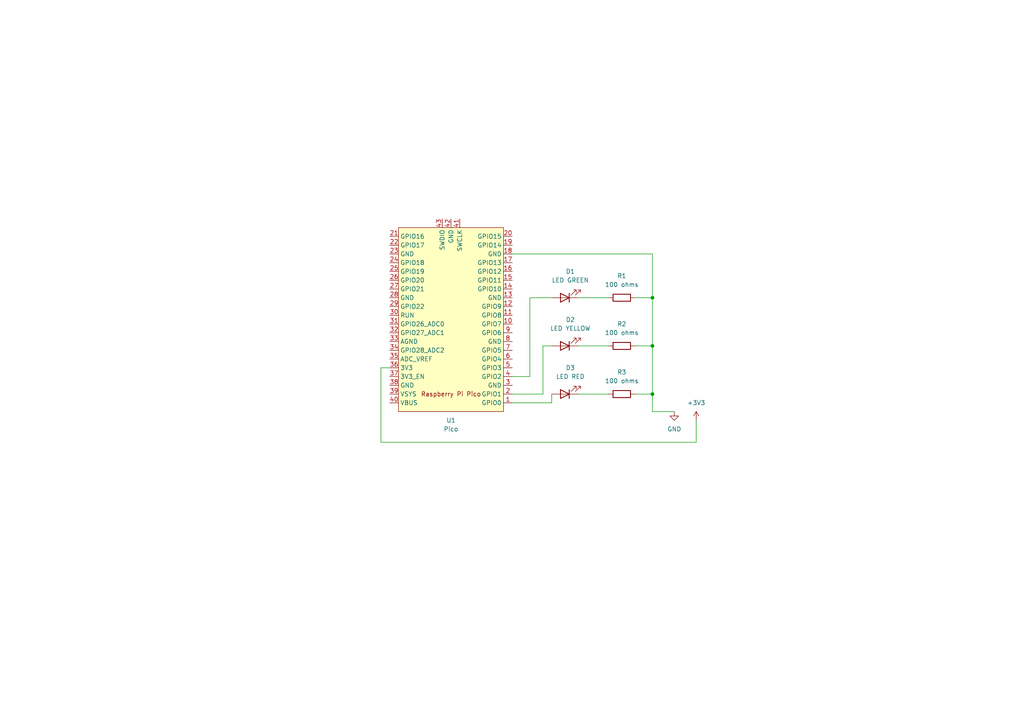
<source format=kicad_sch>
(kicad_sch (version 20211123) (generator eeschema)
  (paper "A4")
  (lib_symbols
    (symbol "Device:LED" (pin_numbers hide) (pin_names (offset 1.016) hide)
      (property "Reference" "D" (at 0 2.54 0))
      (property "Value" "LED" (at 0 -2.54 0))
      (symbol "LED_0_1"
        (polyline (pts (xy -1.27 -1.27) (xy -1.27 1.27)) (stroke (width 0.254)))
        (polyline (pts (xy -1.27 0) (xy 1.27 0)))
        (polyline (pts (xy 1.27 -1.27) (xy 1.27 1.27) (xy -1.27 0) (xy 1.27 -1.27)) (stroke (width 0.254)))
        (polyline (pts (xy -3.048 -0.762) (xy -4.572 -2.286) (xy -3.81 -2.286) (xy -4.572 -2.286) (xy -4.572 -1.524)))
        (polyline (pts (xy -1.778 -0.762) (xy -3.302 -2.286) (xy -2.54 -2.286) (xy -3.302 -2.286) (xy -3.302 -1.524)))
      )
      (symbol "LED_1_1"
        (pin passive line (at -3.81 0 0) (length 2.54) (name "K") (number "1"))
        (pin passive line (at 3.81 0 180) (length 2.54) (name "A") (number "2"))
      )
    )
    (symbol "Device:R" (pin_numbers hide) (pin_names (offset 0))
      (property "Reference" "R" (at 2.032 0 90))
      (property "Value" "R" (at 0 0 90))
      (symbol "R_0_1"
        (rectangle (start -1.016 -2.54) (end 1.016 2.54) (stroke (width 0.254)))
      )
      (symbol "R_1_1"
        (pin passive line (at 0 3.81 270) (length 1.27) (name "~") (number "1"))
        (pin passive line (at 0 -3.81 90) (length 1.27) (name "~") (number "2"))
      )
    )
    (symbol "power:+3.3V" (power) (pin_names (offset 0))
      (property "Value" "+3.3V" (at 0 3.556 0))
      (symbol "+3.3V_0_1"
        (polyline (pts (xy -0.762 1.27) (xy 0 2.54)))
        (polyline (pts (xy 0 0) (xy 0 2.54)))
        (polyline (pts (xy 0 2.54) (xy 0.762 1.27)))
      )
      (symbol "+3.3V_1_1"
        (pin power_in line (at 0 0 90) (length 0) hide (name "+3V3") (number "1"))
      )
    )
    (symbol "power:GND" (power) (pin_names (offset 0))
      (property "Value" "GND" (at 0 -3.81 0))
      (symbol "GND_0_1"
        (polyline (pts (xy 0 0) (xy 0 -1.27) (xy 1.27 -1.27) (xy 0 -2.54) (xy -1.27 -1.27) (xy 0 -1.27)))
      )
      (symbol "GND_1_1"
        (pin power_in line (at 0 0 270) (length 0) hide (name "GND") (number "1"))
      )
    )
    (symbol "rp-pico:Pico"
      (property "Reference" "U" (at -13.97 27.94 0))
      (property "Value" "Pico" (at 0 19.05 0))
      (symbol "Pico_0_0"
        (text "Raspberry Pi Pico" (at 0 21.59 0) (effects (font (size 1.27 1.27))))
      )
      (symbol "Pico_0_1"
        (rectangle (start -15.24 26.67) (end 15.24 -26.67) (fill (type background)))
      )
      (symbol "Pico_1_1"
        (pin bidirectional line (at -17.78 24.13 0) (length 2.54) (name "GPIO0") (number "1"))
        (pin bidirectional line (at -17.78 1.27 0) (length 2.54) (name "GPIO7") (number "10"))
        (pin bidirectional line (at -17.78 -1.27 0) (length 2.54) (name "GPIO8") (number "11"))
        (pin bidirectional line (at -17.78 -3.81 0) (length 2.54) (name "GPIO9") (number "12"))
        (pin power_in line (at -17.78 -6.35 0) (length 2.54) (name "GND") (number "13"))
        (pin bidirectional line (at -17.78 -8.89 0) (length 2.54) (name "GPIO10") (number "14"))
        (pin bidirectional line (at -17.78 -11.43 0) (length 2.54) (name "GPIO11") (number "15"))
        (pin bidirectional line (at -17.78 -13.97 0) (length 2.54) (name "GPIO12") (number "16"))
        (pin bidirectional line (at -17.78 -16.51 0) (length 2.54) (name "GPIO13") (number "17"))
        (pin power_in line (at -17.78 -19.05 0) (length 2.54) (name "GND") (number "18"))
        (pin bidirectional line (at -17.78 -21.59 0) (length 2.54) (name "GPIO14") (number "19"))
        (pin bidirectional line (at -17.78 21.59 0) (length 2.54) (name "GPIO1") (number "2"))
        (pin bidirectional line (at -17.78 -24.13 0) (length 2.54) (name "GPIO15") (number "20"))
        (pin bidirectional line (at 17.78 -24.13 180) (length 2.54) (name "GPIO16") (number "21"))
        (pin bidirectional line (at 17.78 -21.59 180) (length 2.54) (name "GPIO17") (number "22"))
        (pin power_in line (at 17.78 -19.05 180) (length 2.54) (name "GND") (number "23"))
        (pin bidirectional line (at 17.78 -16.51 180) (length 2.54) (name "GPIO18") (number "24"))
        (pin bidirectional line (at 17.78 -13.97 180) (length 2.54) (name "GPIO19") (number "25"))
        (pin bidirectional line (at 17.78 -11.43 180) (length 2.54) (name "GPIO20") (number "26"))
        (pin bidirectional line (at 17.78 -8.89 180) (length 2.54) (name "GPIO21") (number "27"))
        (pin power_in line (at 17.78 -6.35 180) (length 2.54) (name "GND") (number "28"))
        (pin bidirectional line (at 17.78 -3.81 180) (length 2.54) (name "GPIO22") (number "29"))
        (pin power_in line (at -17.78 19.05 0) (length 2.54) (name "GND") (number "3"))
        (pin input line (at 17.78 -1.27 180) (length 2.54) (name "RUN") (number "30"))
        (pin bidirectional line (at 17.78 1.27 180) (length 2.54) (name "GPIO26_ADC0") (number "31"))
        (pin bidirectional line (at 17.78 3.81 180) (length 2.54) (name "GPIO27_ADC1") (number "32"))
        (pin power_in line (at 17.78 6.35 180) (length 2.54) (name "AGND") (number "33"))
        (pin bidirectional line (at 17.78 8.89 180) (length 2.54) (name "GPIO28_ADC2") (number "34"))
        (pin power_in line (at 17.78 11.43 180) (length 2.54) (name "ADC_VREF") (number "35"))
        (pin power_in line (at 17.78 13.97 180) (length 2.54) (name "3V3") (number "36"))
        (pin input line (at 17.78 16.51 180) (length 2.54) (name "3V3_EN") (number "37"))
        (pin bidirectional line (at 17.78 19.05 180) (length 2.54) (name "GND") (number "38"))
        (pin power_in line (at 17.78 21.59 180) (length 2.54) (name "VSYS") (number "39"))
        (pin bidirectional line (at -17.78 16.51 0) (length 2.54) (name "GPIO2") (number "4"))
        (pin power_in line (at 17.78 24.13 180) (length 2.54) (name "VBUS") (number "40"))
        (pin input line (at -2.54 -29.21 90) (length 2.54) (name "SWCLK") (number "41"))
        (pin power_in line (at 0 -29.21 90) (length 2.54) (name "GND") (number "42"))
        (pin bidirectional line (at 2.54 -29.21 90) (length 2.54) (name "SWDIO") (number "43"))
        (pin bidirectional line (at -17.78 13.97 0) (length 2.54) (name "GPIO3") (number "5"))
        (pin bidirectional line (at -17.78 11.43 0) (length 2.54) (name "GPIO4") (number "6"))
        (pin bidirectional line (at -17.78 8.89 0) (length 2.54) (name "GPIO5") (number "7"))
        (pin power_in line (at -17.78 6.35 0) (length 2.54) (name "GND") (number "8"))
        (pin bidirectional line (at -17.78 3.81 0) (length 2.54) (name "GPIO6") (number "9"))
      )
    )
  )
  (junction (at 189.23 86.36))
  (junction (at 189.23 114.3))
  (junction (at 189.23 100.33))
  (wire (pts (xy 148.59 114.3) (xy 157.48 114.3)))
  (wire (pts (xy 148.59 73.66) (xy 189.23 73.66)))
  (wire (pts (xy 153.67 86.36) (xy 160.02 86.36)))
  (wire (pts (xy 189.23 114.3) (xy 189.23 100.33)))
  (wire (pts (xy 184.15 114.3) (xy 189.23 114.3)))
  (wire (pts (xy 110.49 106.68) (xy 113.03 106.68)))
  (wire (pts (xy 184.15 86.36) (xy 189.23 86.36)))
  (wire (pts (xy 189.23 100.33) (xy 189.23 86.36)))
  (wire (pts (xy 167.64 100.33) (xy 176.53 100.33)))
  (wire (pts (xy 201.93 128.27) (xy 110.49 128.27)))
  (wire (pts (xy 184.15 100.33) (xy 189.23 100.33)))
  (wire (pts (xy 189.23 86.36) (xy 189.23 73.66)))
  (wire (pts (xy 157.48 100.33) (xy 160.02 100.33)))
  (wire (pts (xy 160.02 116.84) (xy 160.02 114.3)))
  (wire (pts (xy 201.93 121.92) (xy 201.93 128.27)))
  (wire (pts (xy 189.23 119.38) (xy 189.23 114.3)))
  (wire (pts (xy 167.64 86.36) (xy 176.53 86.36)))
  (wire (pts (xy 148.59 116.84) (xy 160.02 116.84)))
  (wire (pts (xy 195.58 119.38) (xy 189.23 119.38)))
  (wire (pts (xy 167.64 114.3) (xy 176.53 114.3)))
  (wire (pts (xy 110.49 128.27) (xy 110.49 106.68)))
  (wire (pts (xy 157.48 114.3) (xy 157.48 100.33)))
  (wire (pts (xy 148.59 109.22) (xy 153.67 109.22)))
  (wire (pts (xy 153.67 109.22) (xy 153.67 86.36)))
  (symbol (lib_id "Device:R") (at 180.34 114.3 270) (unit 1)
    (property "Reference" "R3" (at 180.34 107.95 90))
    (property "Value" "100 ohms" (at 180.34 110.49 90))
  )
  (symbol (lib_id "power:GND") (at 195.58 119.38 0) (unit 1)
    (property "Reference" "#PWR?" (effects hide))
    (property "Value" "GND" (at 195.58 124.46 0))
  )
  (symbol (lib_id "Device:LED") (at 163.83 86.36 180) (unit 1)
    (property "Reference" "D1" (at 165.4175 78.74 0))
    (property "Value" "LED GREEN" (at 165.4175 81.28 0))
  )
  (symbol (lib_id "Device:R") (at 180.34 100.33 270) (unit 1)
    (property "Reference" "R2" (at 180.34 93.98 90))
    (property "Value" "100 ohms" (at 180.34 96.52 90))
  )
  (symbol (lib_id "Device:LED") (at 163.83 114.3 180) (unit 1)
    (property "Reference" "D3" (at 165.4175 106.68 0))
    (property "Value" "LED RED" (at 165.4175 109.22 0))
  )
  (symbol (lib_id "Device:R") (at 180.34 86.36 270) (unit 1)
    (property "Reference" "R1" (at 180.34 80.01 90))
    (property "Value" "100 ohms" (at 180.34 82.55 90))
  )
  (symbol (lib_id "rp-pico:Pico") (at 130.81 92.71 180) (unit 1)
    (property "Reference" "U1" (at 130.81 121.92 0))
    (property "Value" "Pico" (at 130.81 124.46 0))
    (property "Footprint" "RPi_Pico:RPi_Pico_SMD_TH" (effects hide))
  )
  (symbol (lib_id "power:+3.3V") (at 201.93 121.92 0) (unit 1)
    (property "Reference" "#PWR?" (effects hide))
    (property "Value" "+3.3V" (at 201.93 116.84 0))
  )
  (symbol (lib_id "Device:LED") (at 163.83 100.33 180) (unit 1)
    (property "Reference" "D2" (at 165.4175 92.71 0))
    (property "Value" "LED YELLOW" (at 165.4175 95.25 0))
  )
)
</source>
